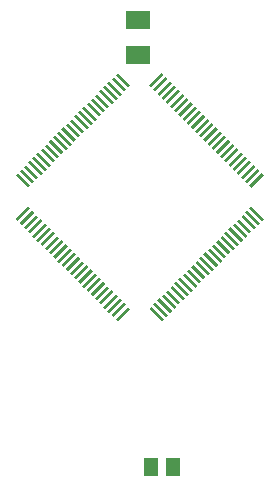
<source format=gbr>
G04 EAGLE Gerber RS-274X export*
G75*
%MOMM*%
%FSLAX34Y34*%
%LPD*%
%INSolderpaste Top*%
%IPPOS*%
%AMOC8*
5,1,8,0,0,1.08239X$1,22.5*%
G01*
%ADD10R,2.000000X1.500000*%
%ADD11R,1.500000X0.250000*%
%ADD12R,0.250000X1.500000*%
%ADD13R,1.300000X1.600000*%


D10*
X125413Y399338D03*
X125413Y429338D03*
D11*
G36*
X34192Y269677D02*
X23586Y259071D01*
X21818Y260839D01*
X32424Y271445D01*
X34192Y269677D01*
G37*
G36*
X37728Y266141D02*
X27122Y255535D01*
X25354Y257303D01*
X35960Y267909D01*
X37728Y266141D01*
G37*
G36*
X41263Y262606D02*
X30657Y252000D01*
X28889Y253768D01*
X39495Y264374D01*
X41263Y262606D01*
G37*
G36*
X44799Y259070D02*
X34193Y248464D01*
X32425Y250232D01*
X43031Y260838D01*
X44799Y259070D01*
G37*
G36*
X48334Y255535D02*
X37728Y244929D01*
X35960Y246697D01*
X46566Y257303D01*
X48334Y255535D01*
G37*
G36*
X51870Y251999D02*
X41264Y241393D01*
X39496Y243161D01*
X50102Y253767D01*
X51870Y251999D01*
G37*
G36*
X55405Y248464D02*
X44799Y237858D01*
X43031Y239626D01*
X53637Y250232D01*
X55405Y248464D01*
G37*
G36*
X58941Y244928D02*
X48335Y234322D01*
X46567Y236090D01*
X57173Y246696D01*
X58941Y244928D01*
G37*
G36*
X62476Y241393D02*
X51870Y230787D01*
X50102Y232555D01*
X60708Y243161D01*
X62476Y241393D01*
G37*
G36*
X66012Y237857D02*
X55406Y227251D01*
X53638Y229019D01*
X64244Y239625D01*
X66012Y237857D01*
G37*
G36*
X69547Y234322D02*
X58941Y223716D01*
X57173Y225484D01*
X67779Y236090D01*
X69547Y234322D01*
G37*
G36*
X73083Y230786D02*
X62477Y220180D01*
X60709Y221948D01*
X71315Y232554D01*
X73083Y230786D01*
G37*
G36*
X76618Y227250D02*
X66012Y216644D01*
X64244Y218412D01*
X74850Y229018D01*
X76618Y227250D01*
G37*
G36*
X80154Y223715D02*
X69548Y213109D01*
X67780Y214877D01*
X78386Y225483D01*
X80154Y223715D01*
G37*
G36*
X83690Y220179D02*
X73084Y209573D01*
X71316Y211341D01*
X81922Y221947D01*
X83690Y220179D01*
G37*
G36*
X87225Y216644D02*
X76619Y206038D01*
X74851Y207806D01*
X85457Y218412D01*
X87225Y216644D01*
G37*
G36*
X90761Y213108D02*
X80155Y202502D01*
X78387Y204270D01*
X88993Y214876D01*
X90761Y213108D01*
G37*
G36*
X94296Y209573D02*
X83690Y198967D01*
X81922Y200735D01*
X92528Y211341D01*
X94296Y209573D01*
G37*
G36*
X97832Y206037D02*
X87226Y195431D01*
X85458Y197199D01*
X96064Y207805D01*
X97832Y206037D01*
G37*
G36*
X101367Y202502D02*
X90761Y191896D01*
X88993Y193664D01*
X99599Y204270D01*
X101367Y202502D01*
G37*
G36*
X104903Y198966D02*
X94297Y188360D01*
X92529Y190128D01*
X103135Y200734D01*
X104903Y198966D01*
G37*
G36*
X108438Y195431D02*
X97832Y184825D01*
X96064Y186593D01*
X106670Y197199D01*
X108438Y195431D01*
G37*
G36*
X111974Y191895D02*
X101368Y181289D01*
X99600Y183057D01*
X110206Y193663D01*
X111974Y191895D01*
G37*
G36*
X115509Y188360D02*
X104903Y177754D01*
X103135Y179522D01*
X113741Y190128D01*
X115509Y188360D01*
G37*
G36*
X119045Y184824D02*
X108439Y174218D01*
X106671Y175986D01*
X117277Y186592D01*
X119045Y184824D01*
G37*
D12*
G36*
X147329Y175986D02*
X145561Y174218D01*
X134955Y184824D01*
X136723Y186592D01*
X147329Y175986D01*
G37*
G36*
X150865Y179522D02*
X149097Y177754D01*
X138491Y188360D01*
X140259Y190128D01*
X150865Y179522D01*
G37*
G36*
X154400Y183057D02*
X152632Y181289D01*
X142026Y191895D01*
X143794Y193663D01*
X154400Y183057D01*
G37*
G36*
X157936Y186593D02*
X156168Y184825D01*
X145562Y195431D01*
X147330Y197199D01*
X157936Y186593D01*
G37*
G36*
X161471Y190128D02*
X159703Y188360D01*
X149097Y198966D01*
X150865Y200734D01*
X161471Y190128D01*
G37*
G36*
X165007Y193664D02*
X163239Y191896D01*
X152633Y202502D01*
X154401Y204270D01*
X165007Y193664D01*
G37*
G36*
X168542Y197199D02*
X166774Y195431D01*
X156168Y206037D01*
X157936Y207805D01*
X168542Y197199D01*
G37*
G36*
X172078Y200735D02*
X170310Y198967D01*
X159704Y209573D01*
X161472Y211341D01*
X172078Y200735D01*
G37*
G36*
X175613Y204270D02*
X173845Y202502D01*
X163239Y213108D01*
X165007Y214876D01*
X175613Y204270D01*
G37*
G36*
X179149Y207806D02*
X177381Y206038D01*
X166775Y216644D01*
X168543Y218412D01*
X179149Y207806D01*
G37*
G36*
X182684Y211341D02*
X180916Y209573D01*
X170310Y220179D01*
X172078Y221947D01*
X182684Y211341D01*
G37*
G36*
X186220Y214877D02*
X184452Y213109D01*
X173846Y223715D01*
X175614Y225483D01*
X186220Y214877D01*
G37*
G36*
X189756Y218412D02*
X187988Y216644D01*
X177382Y227250D01*
X179150Y229018D01*
X189756Y218412D01*
G37*
G36*
X193291Y221948D02*
X191523Y220180D01*
X180917Y230786D01*
X182685Y232554D01*
X193291Y221948D01*
G37*
G36*
X196827Y225484D02*
X195059Y223716D01*
X184453Y234322D01*
X186221Y236090D01*
X196827Y225484D01*
G37*
G36*
X200362Y229019D02*
X198594Y227251D01*
X187988Y237857D01*
X189756Y239625D01*
X200362Y229019D01*
G37*
G36*
X203898Y232555D02*
X202130Y230787D01*
X191524Y241393D01*
X193292Y243161D01*
X203898Y232555D01*
G37*
G36*
X207433Y236090D02*
X205665Y234322D01*
X195059Y244928D01*
X196827Y246696D01*
X207433Y236090D01*
G37*
G36*
X210969Y239626D02*
X209201Y237858D01*
X198595Y248464D01*
X200363Y250232D01*
X210969Y239626D01*
G37*
G36*
X214504Y243161D02*
X212736Y241393D01*
X202130Y251999D01*
X203898Y253767D01*
X214504Y243161D01*
G37*
G36*
X218040Y246697D02*
X216272Y244929D01*
X205666Y255535D01*
X207434Y257303D01*
X218040Y246697D01*
G37*
G36*
X221575Y250232D02*
X219807Y248464D01*
X209201Y259070D01*
X210969Y260838D01*
X221575Y250232D01*
G37*
G36*
X225111Y253768D02*
X223343Y252000D01*
X212737Y262606D01*
X214505Y264374D01*
X225111Y253768D01*
G37*
G36*
X228646Y257303D02*
X226878Y255535D01*
X216272Y266141D01*
X218040Y267909D01*
X228646Y257303D01*
G37*
G36*
X232182Y260839D02*
X230414Y259071D01*
X219808Y269677D01*
X221576Y271445D01*
X232182Y260839D01*
G37*
D11*
G36*
X232182Y297961D02*
X221576Y287355D01*
X219808Y289123D01*
X230414Y299729D01*
X232182Y297961D01*
G37*
G36*
X228646Y301497D02*
X218040Y290891D01*
X216272Y292659D01*
X226878Y303265D01*
X228646Y301497D01*
G37*
G36*
X225111Y305032D02*
X214505Y294426D01*
X212737Y296194D01*
X223343Y306800D01*
X225111Y305032D01*
G37*
G36*
X221575Y308568D02*
X210969Y297962D01*
X209201Y299730D01*
X219807Y310336D01*
X221575Y308568D01*
G37*
G36*
X218040Y312103D02*
X207434Y301497D01*
X205666Y303265D01*
X216272Y313871D01*
X218040Y312103D01*
G37*
G36*
X214504Y315639D02*
X203898Y305033D01*
X202130Y306801D01*
X212736Y317407D01*
X214504Y315639D01*
G37*
G36*
X210969Y319174D02*
X200363Y308568D01*
X198595Y310336D01*
X209201Y320942D01*
X210969Y319174D01*
G37*
G36*
X207433Y322710D02*
X196827Y312104D01*
X195059Y313872D01*
X205665Y324478D01*
X207433Y322710D01*
G37*
G36*
X203898Y326245D02*
X193292Y315639D01*
X191524Y317407D01*
X202130Y328013D01*
X203898Y326245D01*
G37*
G36*
X200362Y329781D02*
X189756Y319175D01*
X187988Y320943D01*
X198594Y331549D01*
X200362Y329781D01*
G37*
G36*
X196827Y333316D02*
X186221Y322710D01*
X184453Y324478D01*
X195059Y335084D01*
X196827Y333316D01*
G37*
G36*
X193291Y336852D02*
X182685Y326246D01*
X180917Y328014D01*
X191523Y338620D01*
X193291Y336852D01*
G37*
G36*
X189756Y340388D02*
X179150Y329782D01*
X177382Y331550D01*
X187988Y342156D01*
X189756Y340388D01*
G37*
G36*
X186220Y343923D02*
X175614Y333317D01*
X173846Y335085D01*
X184452Y345691D01*
X186220Y343923D01*
G37*
G36*
X182684Y347459D02*
X172078Y336853D01*
X170310Y338621D01*
X180916Y349227D01*
X182684Y347459D01*
G37*
G36*
X179149Y350994D02*
X168543Y340388D01*
X166775Y342156D01*
X177381Y352762D01*
X179149Y350994D01*
G37*
G36*
X175613Y354530D02*
X165007Y343924D01*
X163239Y345692D01*
X173845Y356298D01*
X175613Y354530D01*
G37*
G36*
X172078Y358065D02*
X161472Y347459D01*
X159704Y349227D01*
X170310Y359833D01*
X172078Y358065D01*
G37*
G36*
X168542Y361601D02*
X157936Y350995D01*
X156168Y352763D01*
X166774Y363369D01*
X168542Y361601D01*
G37*
G36*
X165007Y365136D02*
X154401Y354530D01*
X152633Y356298D01*
X163239Y366904D01*
X165007Y365136D01*
G37*
G36*
X161471Y368672D02*
X150865Y358066D01*
X149097Y359834D01*
X159703Y370440D01*
X161471Y368672D01*
G37*
G36*
X157936Y372207D02*
X147330Y361601D01*
X145562Y363369D01*
X156168Y373975D01*
X157936Y372207D01*
G37*
G36*
X154400Y375743D02*
X143794Y365137D01*
X142026Y366905D01*
X152632Y377511D01*
X154400Y375743D01*
G37*
G36*
X150865Y379278D02*
X140259Y368672D01*
X138491Y370440D01*
X149097Y381046D01*
X150865Y379278D01*
G37*
G36*
X147329Y382814D02*
X136723Y372208D01*
X134955Y373976D01*
X145561Y384582D01*
X147329Y382814D01*
G37*
D12*
G36*
X119045Y373976D02*
X117277Y372208D01*
X106671Y382814D01*
X108439Y384582D01*
X119045Y373976D01*
G37*
G36*
X115509Y370440D02*
X113741Y368672D01*
X103135Y379278D01*
X104903Y381046D01*
X115509Y370440D01*
G37*
G36*
X111974Y366905D02*
X110206Y365137D01*
X99600Y375743D01*
X101368Y377511D01*
X111974Y366905D01*
G37*
G36*
X108438Y363369D02*
X106670Y361601D01*
X96064Y372207D01*
X97832Y373975D01*
X108438Y363369D01*
G37*
G36*
X104903Y359834D02*
X103135Y358066D01*
X92529Y368672D01*
X94297Y370440D01*
X104903Y359834D01*
G37*
G36*
X101367Y356298D02*
X99599Y354530D01*
X88993Y365136D01*
X90761Y366904D01*
X101367Y356298D01*
G37*
G36*
X97832Y352763D02*
X96064Y350995D01*
X85458Y361601D01*
X87226Y363369D01*
X97832Y352763D01*
G37*
G36*
X94296Y349227D02*
X92528Y347459D01*
X81922Y358065D01*
X83690Y359833D01*
X94296Y349227D01*
G37*
G36*
X90761Y345692D02*
X88993Y343924D01*
X78387Y354530D01*
X80155Y356298D01*
X90761Y345692D01*
G37*
G36*
X87225Y342156D02*
X85457Y340388D01*
X74851Y350994D01*
X76619Y352762D01*
X87225Y342156D01*
G37*
G36*
X83690Y338621D02*
X81922Y336853D01*
X71316Y347459D01*
X73084Y349227D01*
X83690Y338621D01*
G37*
G36*
X80154Y335085D02*
X78386Y333317D01*
X67780Y343923D01*
X69548Y345691D01*
X80154Y335085D01*
G37*
G36*
X76618Y331550D02*
X74850Y329782D01*
X64244Y340388D01*
X66012Y342156D01*
X76618Y331550D01*
G37*
G36*
X73083Y328014D02*
X71315Y326246D01*
X60709Y336852D01*
X62477Y338620D01*
X73083Y328014D01*
G37*
G36*
X69547Y324478D02*
X67779Y322710D01*
X57173Y333316D01*
X58941Y335084D01*
X69547Y324478D01*
G37*
G36*
X66012Y320943D02*
X64244Y319175D01*
X53638Y329781D01*
X55406Y331549D01*
X66012Y320943D01*
G37*
G36*
X62476Y317407D02*
X60708Y315639D01*
X50102Y326245D01*
X51870Y328013D01*
X62476Y317407D01*
G37*
G36*
X58941Y313872D02*
X57173Y312104D01*
X46567Y322710D01*
X48335Y324478D01*
X58941Y313872D01*
G37*
G36*
X55405Y310336D02*
X53637Y308568D01*
X43031Y319174D01*
X44799Y320942D01*
X55405Y310336D01*
G37*
G36*
X51870Y306801D02*
X50102Y305033D01*
X39496Y315639D01*
X41264Y317407D01*
X51870Y306801D01*
G37*
G36*
X48334Y303265D02*
X46566Y301497D01*
X35960Y312103D01*
X37728Y313871D01*
X48334Y303265D01*
G37*
G36*
X44799Y299730D02*
X43031Y297962D01*
X32425Y308568D01*
X34193Y310336D01*
X44799Y299730D01*
G37*
G36*
X41263Y296194D02*
X39495Y294426D01*
X28889Y305032D01*
X30657Y306800D01*
X41263Y296194D01*
G37*
G36*
X37728Y292659D02*
X35960Y290891D01*
X25354Y301497D01*
X27122Y303265D01*
X37728Y292659D01*
G37*
G36*
X34192Y289123D02*
X32424Y287355D01*
X21818Y297961D01*
X23586Y299729D01*
X34192Y289123D01*
G37*
D13*
X155550Y50800D03*
X136550Y50800D03*
M02*

</source>
